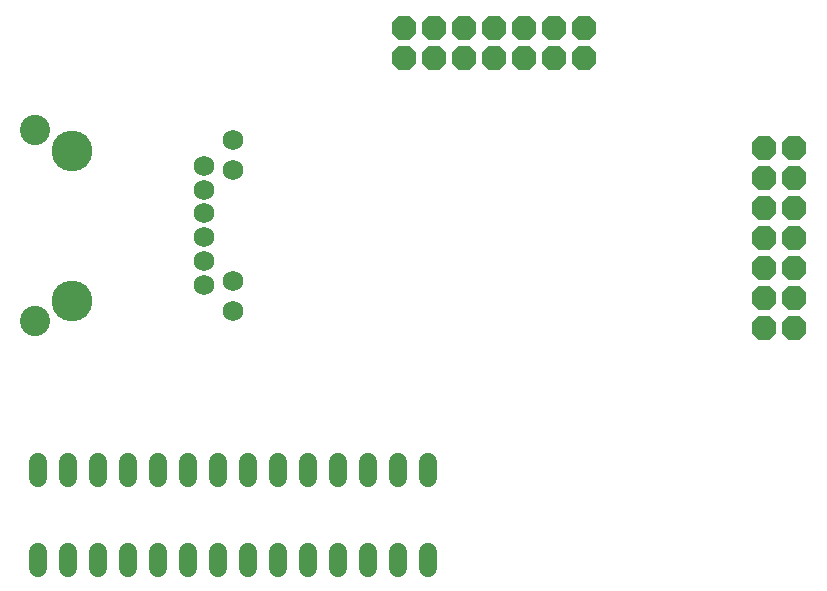
<source format=gbs>
G75*
G70*
%OFA0B0*%
%FSLAX24Y24*%
%IPPOS*%
%LPD*%
%AMOC8*
5,1,8,0,0,1.08239X$1,22.5*
%
%ADD10OC8,0.0820*%
%ADD11C,0.0682*%
%ADD12C,0.1007*%
%ADD13C,0.1360*%
%ADD14C,0.0600*%
D10*
X015724Y019390D03*
X016724Y019390D03*
X017724Y019390D03*
X017724Y020390D03*
X016724Y020390D03*
X015724Y020390D03*
X018724Y020390D03*
X019724Y020390D03*
X020724Y020390D03*
X021724Y020390D03*
X021724Y019390D03*
X020724Y019390D03*
X019724Y019390D03*
X018724Y019390D03*
X027724Y016390D03*
X028724Y016390D03*
X028724Y015390D03*
X027724Y015390D03*
X027724Y014390D03*
X028724Y014390D03*
X028724Y013390D03*
X027724Y013390D03*
X027724Y012390D03*
X028724Y012390D03*
X028724Y011390D03*
X027724Y011390D03*
X027724Y010390D03*
X028724Y010390D03*
D11*
X010024Y010951D03*
X009056Y011797D03*
X010024Y011951D03*
X009056Y012597D03*
X009056Y013396D03*
X009056Y014195D03*
X009056Y014994D03*
X009056Y015794D03*
X010024Y015640D03*
X010024Y016640D03*
D12*
X003407Y016967D03*
X003407Y010616D03*
D13*
X004658Y011294D03*
X004658Y016294D03*
D14*
X003524Y002900D02*
X003524Y002380D01*
X004524Y002380D02*
X004524Y002900D01*
X005524Y002900D02*
X005524Y002380D01*
X006524Y002380D02*
X006524Y002900D01*
X007524Y002900D02*
X007524Y002380D01*
X008524Y002380D02*
X008524Y002900D01*
X009524Y002900D02*
X009524Y002380D01*
X010524Y002380D02*
X010524Y002900D01*
X011524Y002900D02*
X011524Y002380D01*
X012524Y002380D02*
X012524Y002900D01*
X013524Y002900D02*
X013524Y002380D01*
X014524Y002380D02*
X014524Y002900D01*
X015524Y002900D02*
X015524Y002380D01*
X016524Y002380D02*
X016524Y002900D01*
X016524Y005380D02*
X016524Y005900D01*
X015524Y005900D02*
X015524Y005380D01*
X014524Y005380D02*
X014524Y005900D01*
X013524Y005900D02*
X013524Y005380D01*
X012524Y005380D02*
X012524Y005900D01*
X011524Y005900D02*
X011524Y005380D01*
X010524Y005380D02*
X010524Y005900D01*
X009524Y005900D02*
X009524Y005380D01*
X008524Y005380D02*
X008524Y005900D01*
X007524Y005900D02*
X007524Y005380D01*
X006524Y005380D02*
X006524Y005900D01*
X005524Y005900D02*
X005524Y005380D01*
X004524Y005380D02*
X004524Y005900D01*
X003524Y005900D02*
X003524Y005380D01*
M02*

</source>
